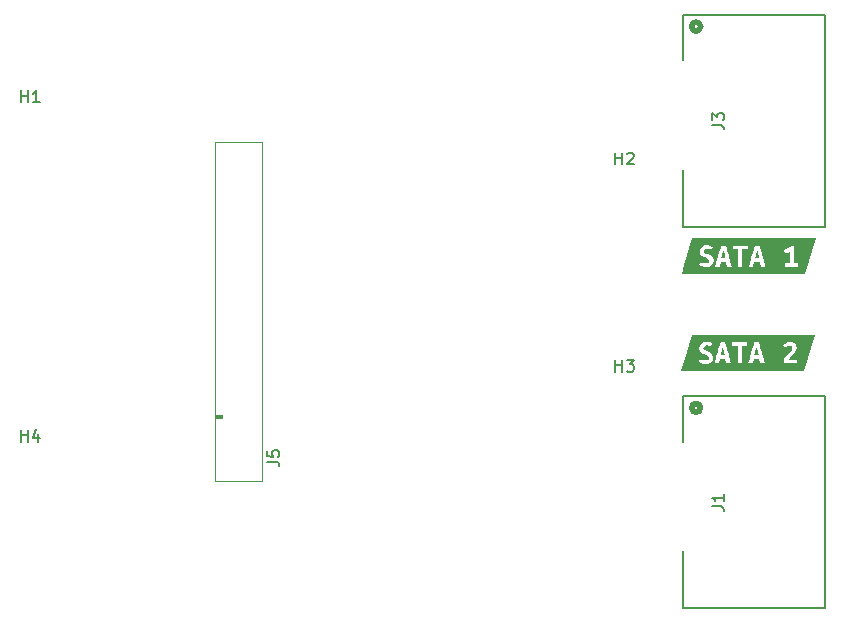
<source format=gbr>
%TF.GenerationSoftware,KiCad,Pcbnew,9.0.7*%
%TF.CreationDate,2026-02-22T20:08:30-06:00*%
%TF.ProjectId,sata-backplane,73617461-2d62-4616-936b-706c616e652e,rev?*%
%TF.SameCoordinates,Original*%
%TF.FileFunction,Legend,Top*%
%TF.FilePolarity,Positive*%
%FSLAX46Y46*%
G04 Gerber Fmt 4.6, Leading zero omitted, Abs format (unit mm)*
G04 Created by KiCad (PCBNEW 9.0.7) date 2026-02-22 20:08:30*
%MOMM*%
%LPD*%
G01*
G04 APERTURE LIST*
%ADD10C,0.150000*%
%ADD11C,0.000000*%
%ADD12C,0.152400*%
%ADD13C,0.508000*%
%ADD14C,0.120000*%
G04 APERTURE END LIST*
D10*
X65988095Y-70204819D02*
X65988095Y-69204819D01*
X65988095Y-69681009D02*
X66559523Y-69681009D01*
X66559523Y-70204819D02*
X66559523Y-69204819D01*
X67464285Y-69538152D02*
X67464285Y-70204819D01*
X67226190Y-69157200D02*
X66988095Y-69871485D01*
X66988095Y-69871485D02*
X67607142Y-69871485D01*
X116301181Y-46741019D02*
X116301181Y-45741019D01*
X116301181Y-46217209D02*
X116872609Y-46217209D01*
X116872609Y-46741019D02*
X116872609Y-45741019D01*
X117301181Y-45836257D02*
X117348800Y-45788638D01*
X117348800Y-45788638D02*
X117444038Y-45741019D01*
X117444038Y-45741019D02*
X117682133Y-45741019D01*
X117682133Y-45741019D02*
X117777371Y-45788638D01*
X117777371Y-45788638D02*
X117824990Y-45836257D01*
X117824990Y-45836257D02*
X117872609Y-45931495D01*
X117872609Y-45931495D02*
X117872609Y-46026733D01*
X117872609Y-46026733D02*
X117824990Y-46169590D01*
X117824990Y-46169590D02*
X117253562Y-46741019D01*
X117253562Y-46741019D02*
X117872609Y-46741019D01*
X65988095Y-41454819D02*
X65988095Y-40454819D01*
X65988095Y-40931009D02*
X66559523Y-40931009D01*
X66559523Y-41454819D02*
X66559523Y-40454819D01*
X67559523Y-41454819D02*
X66988095Y-41454819D01*
X67273809Y-41454819D02*
X67273809Y-40454819D01*
X67273809Y-40454819D02*
X67178571Y-40597676D01*
X67178571Y-40597676D02*
X67083333Y-40692914D01*
X67083333Y-40692914D02*
X66988095Y-40740533D01*
X116301181Y-64288619D02*
X116301181Y-63288619D01*
X116301181Y-63764809D02*
X116872609Y-63764809D01*
X116872609Y-64288619D02*
X116872609Y-63288619D01*
X117253562Y-63288619D02*
X117872609Y-63288619D01*
X117872609Y-63288619D02*
X117539276Y-63669571D01*
X117539276Y-63669571D02*
X117682133Y-63669571D01*
X117682133Y-63669571D02*
X117777371Y-63717190D01*
X117777371Y-63717190D02*
X117824990Y-63764809D01*
X117824990Y-63764809D02*
X117872609Y-63860047D01*
X117872609Y-63860047D02*
X117872609Y-64098142D01*
X117872609Y-64098142D02*
X117824990Y-64193380D01*
X117824990Y-64193380D02*
X117777371Y-64241000D01*
X117777371Y-64241000D02*
X117682133Y-64288619D01*
X117682133Y-64288619D02*
X117396419Y-64288619D01*
X117396419Y-64288619D02*
X117301181Y-64241000D01*
X117301181Y-64241000D02*
X117253562Y-64193380D01*
X124499604Y-75683333D02*
X125213889Y-75683333D01*
X125213889Y-75683333D02*
X125356746Y-75730952D01*
X125356746Y-75730952D02*
X125451985Y-75826190D01*
X125451985Y-75826190D02*
X125499604Y-75969047D01*
X125499604Y-75969047D02*
X125499604Y-76064285D01*
X125499604Y-74683333D02*
X125499604Y-75254761D01*
X125499604Y-74969047D02*
X124499604Y-74969047D01*
X124499604Y-74969047D02*
X124642461Y-75064285D01*
X124642461Y-75064285D02*
X124737699Y-75159523D01*
X124737699Y-75159523D02*
X124785318Y-75254761D01*
X86854819Y-71923333D02*
X87569104Y-71923333D01*
X87569104Y-71923333D02*
X87711961Y-71970952D01*
X87711961Y-71970952D02*
X87807200Y-72066190D01*
X87807200Y-72066190D02*
X87854819Y-72209047D01*
X87854819Y-72209047D02*
X87854819Y-72304285D01*
X86854819Y-70970952D02*
X86854819Y-71447142D01*
X86854819Y-71447142D02*
X87331009Y-71494761D01*
X87331009Y-71494761D02*
X87283390Y-71447142D01*
X87283390Y-71447142D02*
X87235771Y-71351904D01*
X87235771Y-71351904D02*
X87235771Y-71113809D01*
X87235771Y-71113809D02*
X87283390Y-71018571D01*
X87283390Y-71018571D02*
X87331009Y-70970952D01*
X87331009Y-70970952D02*
X87426247Y-70923333D01*
X87426247Y-70923333D02*
X87664342Y-70923333D01*
X87664342Y-70923333D02*
X87759580Y-70970952D01*
X87759580Y-70970952D02*
X87807200Y-71018571D01*
X87807200Y-71018571D02*
X87854819Y-71113809D01*
X87854819Y-71113809D02*
X87854819Y-71351904D01*
X87854819Y-71351904D02*
X87807200Y-71447142D01*
X87807200Y-71447142D02*
X87759580Y-71494761D01*
X124499604Y-43403333D02*
X125213889Y-43403333D01*
X125213889Y-43403333D02*
X125356746Y-43450952D01*
X125356746Y-43450952D02*
X125451985Y-43546190D01*
X125451985Y-43546190D02*
X125499604Y-43689047D01*
X125499604Y-43689047D02*
X125499604Y-43784285D01*
X124499604Y-43022380D02*
X124499604Y-42403333D01*
X124499604Y-42403333D02*
X124880556Y-42736666D01*
X124880556Y-42736666D02*
X124880556Y-42593809D01*
X124880556Y-42593809D02*
X124928175Y-42498571D01*
X124928175Y-42498571D02*
X124975794Y-42450952D01*
X124975794Y-42450952D02*
X125071032Y-42403333D01*
X125071032Y-42403333D02*
X125309127Y-42403333D01*
X125309127Y-42403333D02*
X125404365Y-42450952D01*
X125404365Y-42450952D02*
X125451985Y-42498571D01*
X125451985Y-42498571D02*
X125499604Y-42593809D01*
X125499604Y-42593809D02*
X125499604Y-42879523D01*
X125499604Y-42879523D02*
X125451985Y-42974761D01*
X125451985Y-42974761D02*
X125404365Y-43022380D01*
D11*
%TO.C,kibuzzard-63B1B17B*%
G36*
X125454024Y-62349956D02*
G01*
X125499744Y-62527121D01*
X125538320Y-62702857D01*
X125572610Y-62885737D01*
X125226853Y-62885737D01*
X125262571Y-62702857D01*
X125302576Y-62527121D01*
X125348296Y-62349956D01*
X125401160Y-62159932D01*
X125454024Y-62349956D01*
G37*
G36*
X128311524Y-62349956D02*
G01*
X128357244Y-62527121D01*
X128395820Y-62702857D01*
X128430110Y-62885737D01*
X128084353Y-62885737D01*
X128120071Y-62702857D01*
X128160076Y-62527121D01*
X128205796Y-62349956D01*
X128258660Y-62159932D01*
X128311524Y-62349956D01*
G37*
G36*
X132320120Y-64218285D02*
G01*
X131724808Y-64218285D01*
X128572985Y-64218285D01*
X127009933Y-64218285D01*
X125715485Y-64218285D01*
X123923833Y-64218285D01*
X123375193Y-64218285D01*
X122779880Y-64218285D01*
X121868909Y-64218285D01*
X122087794Y-63488670D01*
X123375193Y-63488670D01*
X123572360Y-63575824D01*
X123725951Y-63611185D01*
X123923833Y-63622972D01*
X124124334Y-63607891D01*
X124204004Y-63585825D01*
X124715360Y-63585825D01*
X125081120Y-63585825D01*
X125161130Y-63177202D01*
X125632618Y-63177202D01*
X125715485Y-63585825D01*
X126092675Y-63585825D01*
X126045526Y-63385286D01*
X125997806Y-63190576D01*
X125949514Y-63001695D01*
X125900651Y-62818643D01*
X125851216Y-62641421D01*
X125788976Y-62426484D01*
X125726558Y-62217440D01*
X125692989Y-62108497D01*
X126189830Y-62108497D01*
X126655603Y-62108497D01*
X126655603Y-63585825D01*
X127009933Y-63585825D01*
X127572860Y-63585825D01*
X127938620Y-63585825D01*
X128018630Y-63177202D01*
X128490118Y-63177202D01*
X128572985Y-63585825D01*
X128950175Y-63585825D01*
X128903026Y-63385286D01*
X128855306Y-63190576D01*
X128807014Y-63001695D01*
X128758151Y-62818643D01*
X128708716Y-62641421D01*
X128646476Y-62426484D01*
X128584058Y-62217440D01*
X128521461Y-62014289D01*
X128520523Y-62011342D01*
X130527515Y-62011342D01*
X130701823Y-62257087D01*
X130881845Y-62122785D01*
X131056153Y-62082780D01*
X131221888Y-62141359D01*
X131287610Y-62308522D01*
X131234746Y-62459970D01*
X131100444Y-62614275D01*
X131016148Y-62696071D01*
X130926136Y-62781439D01*
X130836125Y-62872164D01*
X130751829Y-62970034D01*
X130677534Y-63076118D01*
X130617526Y-63191490D01*
X130577878Y-63317220D01*
X130564663Y-63454380D01*
X130563234Y-63514387D01*
X130570378Y-63585825D01*
X131724808Y-63585825D01*
X131724808Y-63294360D01*
X130964713Y-63294360D01*
X130994716Y-63200062D01*
X131067583Y-63098621D01*
X131159023Y-63001466D01*
X131244748Y-62920027D01*
X131390480Y-62777152D01*
X131519068Y-62622847D01*
X131610508Y-62458541D01*
X131644798Y-62282805D01*
X131599078Y-62061349D01*
X131476205Y-61902757D01*
X131299040Y-61808460D01*
X131090443Y-61777027D01*
X130941495Y-61791315D01*
X130791834Y-61834177D01*
X130650745Y-61907044D01*
X130527515Y-62011342D01*
X128520523Y-62011342D01*
X128458685Y-61817032D01*
X128075780Y-61817032D01*
X128015237Y-62012682D01*
X127953622Y-62213868D01*
X127890935Y-62420590D01*
X127827178Y-62632849D01*
X127775857Y-62808585D01*
X127724765Y-62991751D01*
X127673901Y-63182346D01*
X127623266Y-63380371D01*
X127572860Y-63585825D01*
X127009933Y-63585825D01*
X127009933Y-62108497D01*
X127475705Y-62108497D01*
X127475705Y-61817032D01*
X126189830Y-61817032D01*
X126189830Y-62108497D01*
X125692989Y-62108497D01*
X125663961Y-62014289D01*
X125601185Y-61817032D01*
X125218280Y-61817032D01*
X125157737Y-62012682D01*
X125096122Y-62213868D01*
X125033435Y-62420590D01*
X124969678Y-62632849D01*
X124918357Y-62808585D01*
X124867265Y-62991751D01*
X124816401Y-63182346D01*
X124765766Y-63380371D01*
X124715360Y-63585825D01*
X124204004Y-63585825D01*
X124287688Y-63562647D01*
X124413894Y-63487241D01*
X124534980Y-63323292D01*
X124575343Y-63102907D01*
X124563198Y-62969677D01*
X124526765Y-62861449D01*
X124402464Y-62701429D01*
X124236729Y-62598559D01*
X124063850Y-62528550D01*
X123953836Y-62485687D01*
X123853824Y-62432824D01*
X123780958Y-62364244D01*
X123752383Y-62274232D01*
X123783498Y-62161520D01*
X123876843Y-62093892D01*
X124032418Y-62071350D01*
X124233871Y-62099925D01*
X124392463Y-62168505D01*
X124495333Y-61897042D01*
X124291021Y-61814175D01*
X124159219Y-61786314D01*
X124006700Y-61777027D01*
X123831599Y-61792585D01*
X123683485Y-61839257D01*
X123562359Y-61917045D01*
X123441272Y-62084209D01*
X123400910Y-62305665D01*
X123446630Y-62515691D01*
X123562359Y-62657137D01*
X123718092Y-62751435D01*
X123883828Y-62817157D01*
X124003843Y-62867164D01*
X124112428Y-62927171D01*
X124192438Y-63002895D01*
X124223870Y-63100050D01*
X124211011Y-63184346D01*
X124163863Y-63258641D01*
X124070994Y-63310076D01*
X123923833Y-63328650D01*
X123781315Y-63318649D01*
X123662371Y-63288645D01*
X123478063Y-63202920D01*
X123375193Y-63488670D01*
X122087794Y-63488670D01*
X122779880Y-61181715D01*
X123375192Y-61181715D01*
X131724808Y-61181715D01*
X132320120Y-61181715D01*
X133231091Y-61181715D01*
X132320120Y-64218285D01*
G37*
D12*
%TO.C,J1*%
X122063086Y-66383800D02*
X122063086Y-70211961D01*
X122063086Y-79488041D02*
X122063086Y-84316200D01*
X122063086Y-84316200D02*
X134026485Y-84316200D01*
X134026485Y-66383800D02*
X122063086Y-66383800D01*
X134026485Y-84316200D02*
X134026485Y-66383800D01*
D13*
X123521086Y-67350000D02*
G75*
G02*
X122759086Y-67350000I-381000J0D01*
G01*
X122759086Y-67350000D02*
G75*
G02*
X123521086Y-67350000I381000J0D01*
G01*
%TO.C,J5*%
D14*
X82400000Y-68190000D02*
X83000000Y-68190000D01*
X83000000Y-67990000D01*
X82400000Y-67990000D01*
X82400000Y-68190000D01*
G36*
X82400000Y-68190000D02*
G01*
X83000000Y-68190000D01*
X83000000Y-67990000D01*
X82400000Y-67990000D01*
X82400000Y-68190000D01*
G37*
X82400000Y-73550000D02*
X86400000Y-73550000D01*
X86400000Y-44850000D01*
X82400000Y-44850000D01*
X82400000Y-73550000D01*
D11*
%TO.C,kibuzzard-63B1B175*%
G36*
X125508310Y-54149956D02*
G01*
X125554030Y-54327121D01*
X125592606Y-54502857D01*
X125626896Y-54685737D01*
X125281139Y-54685737D01*
X125316857Y-54502857D01*
X125356862Y-54327121D01*
X125402582Y-54149956D01*
X125455446Y-53959932D01*
X125508310Y-54149956D01*
G37*
G36*
X128365810Y-54149956D02*
G01*
X128411530Y-54327121D01*
X128450106Y-54502857D01*
X128484396Y-54685737D01*
X128138639Y-54685737D01*
X128174357Y-54502857D01*
X128214362Y-54327121D01*
X128260082Y-54149956D01*
X128312946Y-53959932D01*
X128365810Y-54149956D01*
G37*
G36*
X132365834Y-56018285D02*
G01*
X131770521Y-56018285D01*
X128627271Y-56018285D01*
X127064219Y-56018285D01*
X125769771Y-56018285D01*
X123978119Y-56018285D01*
X123429479Y-56018285D01*
X122834166Y-56018285D01*
X121923195Y-56018285D01*
X122142080Y-55288670D01*
X123429479Y-55288670D01*
X123626646Y-55375824D01*
X123780237Y-55411185D01*
X123978119Y-55422972D01*
X124178620Y-55407891D01*
X124258290Y-55385825D01*
X124769646Y-55385825D01*
X125135406Y-55385825D01*
X125215416Y-54977202D01*
X125686904Y-54977202D01*
X125769771Y-55385825D01*
X126146961Y-55385825D01*
X126099812Y-55185286D01*
X126052092Y-54990576D01*
X126003801Y-54801695D01*
X125954937Y-54618643D01*
X125905502Y-54441421D01*
X125843263Y-54226484D01*
X125780844Y-54017440D01*
X125747275Y-53908497D01*
X126244116Y-53908497D01*
X126709889Y-53908497D01*
X126709889Y-55385825D01*
X127064219Y-55385825D01*
X127627146Y-55385825D01*
X127992906Y-55385825D01*
X128072916Y-54977202D01*
X128544404Y-54977202D01*
X128627271Y-55385825D01*
X129004461Y-55385825D01*
X128957313Y-55185286D01*
X128909592Y-54990576D01*
X128861301Y-54801695D01*
X128812437Y-54618643D01*
X128763003Y-54441421D01*
X128700763Y-54226484D01*
X128638344Y-54017440D01*
X128628549Y-53985650D01*
X130596089Y-53985650D01*
X130710389Y-54277115D01*
X130884696Y-54207106D01*
X131067576Y-54105665D01*
X131067576Y-55094360D01*
X130696101Y-55094360D01*
X130696101Y-55385825D01*
X131770521Y-55385825D01*
X131770521Y-55094360D01*
X131419049Y-55094360D01*
X131419049Y-53617032D01*
X131179019Y-53617032D01*
X131056146Y-53728475D01*
X130904699Y-53831345D01*
X130744679Y-53919927D01*
X130596089Y-53985650D01*
X128628549Y-53985650D01*
X128575747Y-53814289D01*
X128512971Y-53617032D01*
X128130066Y-53617032D01*
X128069523Y-53812682D01*
X128007908Y-54013868D01*
X127945222Y-54220590D01*
X127881464Y-54432849D01*
X127830143Y-54608585D01*
X127779051Y-54791751D01*
X127728187Y-54982346D01*
X127677553Y-55180371D01*
X127627146Y-55385825D01*
X127064219Y-55385825D01*
X127064219Y-53908497D01*
X127529991Y-53908497D01*
X127529991Y-53617032D01*
X126244116Y-53617032D01*
X126244116Y-53908497D01*
X125747275Y-53908497D01*
X125718247Y-53814289D01*
X125655471Y-53617032D01*
X125272566Y-53617032D01*
X125212023Y-53812682D01*
X125150408Y-54013868D01*
X125087722Y-54220590D01*
X125023964Y-54432849D01*
X124972643Y-54608585D01*
X124921551Y-54791751D01*
X124870687Y-54982346D01*
X124820053Y-55180371D01*
X124769646Y-55385825D01*
X124258290Y-55385825D01*
X124341974Y-55362647D01*
X124468180Y-55287241D01*
X124589267Y-55123292D01*
X124629629Y-54902907D01*
X124617484Y-54769677D01*
X124581051Y-54661449D01*
X124456750Y-54501429D01*
X124291015Y-54398559D01*
X124118136Y-54328550D01*
X124008122Y-54285687D01*
X123908110Y-54232824D01*
X123835244Y-54164244D01*
X123806669Y-54074232D01*
X123837784Y-53961520D01*
X123931129Y-53893892D01*
X124086704Y-53871350D01*
X124288157Y-53899925D01*
X124446749Y-53968505D01*
X124549619Y-53697042D01*
X124345307Y-53614175D01*
X124213505Y-53586314D01*
X124060986Y-53577027D01*
X123885885Y-53592585D01*
X123737771Y-53639257D01*
X123616645Y-53717045D01*
X123495558Y-53884209D01*
X123455196Y-54105665D01*
X123500916Y-54315691D01*
X123616645Y-54457137D01*
X123772379Y-54551435D01*
X123938114Y-54617157D01*
X124058129Y-54667164D01*
X124166714Y-54727171D01*
X124246724Y-54802895D01*
X124278156Y-54900050D01*
X124265297Y-54984346D01*
X124218149Y-55058641D01*
X124125280Y-55110076D01*
X123978119Y-55128650D01*
X123835601Y-55118649D01*
X123716657Y-55088645D01*
X123532349Y-55002920D01*
X123429479Y-55288670D01*
X122142080Y-55288670D01*
X122834166Y-52981715D01*
X123429479Y-52981715D01*
X131770521Y-52981715D01*
X132365834Y-52981715D01*
X133276805Y-52981715D01*
X132365834Y-56018285D01*
G37*
D12*
%TO.C,J3*%
X122063086Y-34103800D02*
X122063086Y-37931961D01*
X122063086Y-47208041D02*
X122063086Y-52036200D01*
X122063086Y-52036200D02*
X134026485Y-52036200D01*
X134026485Y-34103800D02*
X122063086Y-34103800D01*
X134026485Y-52036200D02*
X134026485Y-34103800D01*
D13*
X123521086Y-35070000D02*
G75*
G02*
X122759086Y-35070000I-381000J0D01*
G01*
X122759086Y-35070000D02*
G75*
G02*
X123521086Y-35070000I381000J0D01*
G01*
%TD*%
M02*

</source>
